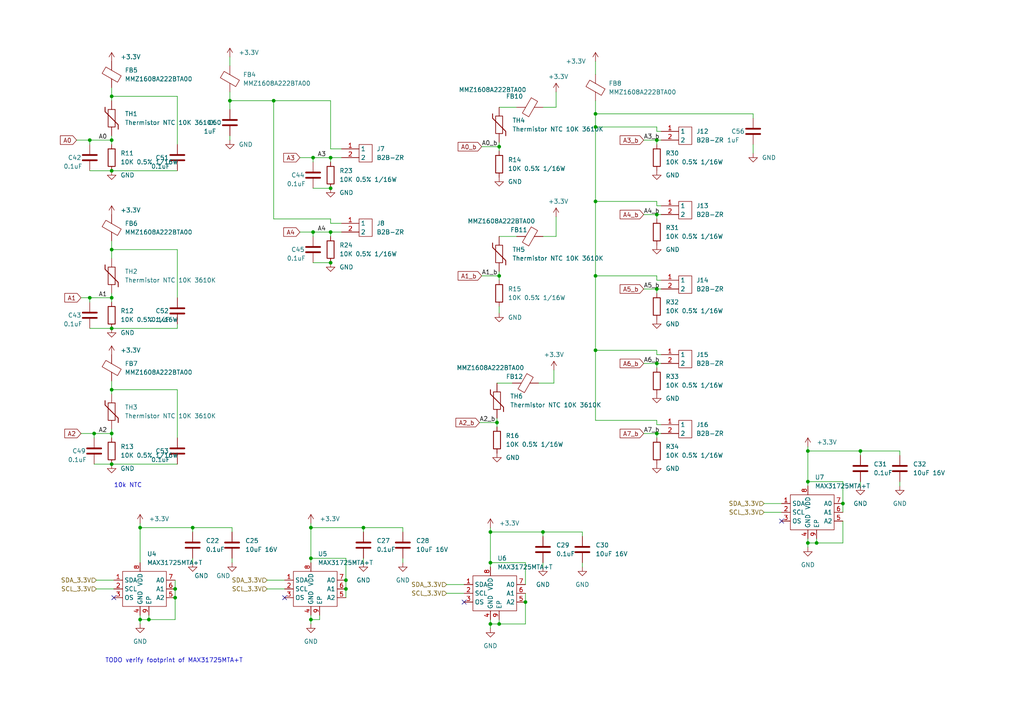
<source format=kicad_sch>
(kicad_sch (version 20211123) (generator eeschema)
  (paper "A4")
  (title_block (title "Hestia") (date "2022-07-14") (rev "2.0") (company "Mawson Rovers"))
  (junction (at 234.315 139.7))
  (junction (at 95.885 67.31))
  (junction (at 32.385 86.36))
  (junction (at 244.475 146.05))
  (junction (at 249.555 130.81))
  (junction (at 172.72 36.83))
  (junction (at 27.305 125.73))
  (junction (at 95.885 45.72))
  (junction (at 190.5 83.82))
  (junction (at 172.72 58.42))
  (junction (at 26.035 40.64))
  (junction (at 50.8 170.815))
  (junction (at 144.78 180.975))
  (junction (at 144.145 122.555))
  (junction (at 95.885 76.2))
  (junction (at 50.8 173.355))
  (junction (at 90.17 153.035))
  (junction (at 43.18 179.705))
  (junction (at 190.5 125.73))
  (junction (at 32.385 113.03))
  (junction (at 190.5 62.23))
  (junction (at 172.72 101.6))
  (junction (at 144.78 80.01))
  (junction (at 234.315 157.48))
  (junction (at 32.385 95.25))
  (junction (at 144.78 42.545))
  (junction (at 32.385 125.73))
  (junction (at 32.385 72.39))
  (junction (at 32.385 49.53))
  (junction (at 26.035 86.36))
  (junction (at 90.805 45.72))
  (junction (at 152.4 174.625))
  (junction (at 172.72 33.02))
  (junction (at 236.855 157.48))
  (junction (at 100.33 170.815))
  (junction (at 90.17 179.705))
  (junction (at 55.88 153.035))
  (junction (at 32.385 134.62))
  (junction (at 40.64 153.035))
  (junction (at 90.805 67.31))
  (junction (at 190.5 40.64))
  (junction (at 142.24 163.195))
  (junction (at 90.17 161.925))
  (junction (at 172.72 80.01))
  (junction (at 79.375 29.21))
  (junction (at 190.5 105.41))
  (junction (at 234.315 130.81))
  (junction (at 66.675 29.21))
  (junction (at 100.33 168.275))
  (junction (at 40.64 179.705))
  (junction (at 157.48 154.305))
  (junction (at 32.385 27.94))
  (junction (at 142.24 154.305))
  (junction (at 95.885 54.61))
  (junction (at 32.385 40.64))
  (junction (at 105.41 153.035))
  (junction (at 142.24 180.975))
  (no_connect (at 82.55 173.355))
  (no_connect (at 226.695 151.13))
  (no_connect (at 33.02 173.355))
  (no_connect (at 134.62 174.625))
  (wire (pts (xy 172.72 36.83) (xy 190.5 36.83)))
  (wire (pts (xy 144.145 122.555) (xy 144.145 123.825)))
  (wire (pts (xy 90.805 76.2) (xy 95.885 76.2)))
  (wire (pts (xy 32.385 72.39) (xy 51.435 72.39)))
  (wire (pts (xy 90.805 45.72) (xy 90.805 46.99)))
  (wire (pts (xy 190.5 123.19) (xy 191.77 123.19)))
  (wire (pts (xy 168.91 155.575) (xy 168.91 154.305)))
  (wire (pts (xy 32.385 69.85) (xy 32.385 72.39)))
  (wire (pts (xy 142.24 180.975) (xy 142.24 182.245)))
  (wire (pts (xy 191.77 105.41) (xy 190.5 105.41)))
  (wire (pts (xy 55.88 153.035) (xy 55.88 154.305)))
  (wire (pts (xy 32.385 113.03) (xy 32.385 114.3)))
  (wire (pts (xy 129.54 172.085) (xy 134.62 172.085)))
  (wire (pts (xy 95.885 67.31) (xy 95.885 68.58)))
  (wire (pts (xy 190.5 81.28) (xy 191.77 81.28)))
  (wire (pts (xy 157.48 154.305) (xy 157.48 155.575)))
  (wire (pts (xy 40.64 153.035) (xy 55.88 153.035)))
  (wire (pts (xy 32.385 110.49) (xy 32.385 113.03)))
  (wire (pts (xy 221.615 146.05) (xy 226.695 146.05)))
  (wire (pts (xy 142.24 154.305) (xy 157.48 154.305)))
  (wire (pts (xy 105.41 153.035) (xy 116.84 153.035)))
  (wire (pts (xy 144.78 41.275) (xy 144.78 42.545)))
  (wire (pts (xy 190.5 121.92) (xy 172.72 121.92)))
  (wire (pts (xy 190.5 105.41) (xy 190.5 106.68)))
  (wire (pts (xy 40.64 179.705) (xy 43.18 179.705)))
  (wire (pts (xy 105.41 161.925) (xy 105.41 163.195)))
  (wire (pts (xy 190.5 38.1) (xy 191.77 38.1)))
  (wire (pts (xy 234.315 139.7) (xy 244.475 139.7)))
  (wire (pts (xy 190.5 102.87) (xy 191.77 102.87)))
  (wire (pts (xy 23.495 86.36) (xy 26.035 86.36)))
  (wire (pts (xy 144.78 180.975) (xy 152.4 180.975)))
  (wire (pts (xy 100.33 170.815) (xy 100.33 168.275)))
  (wire (pts (xy 142.24 163.195) (xy 142.24 164.465)))
  (wire (pts (xy 172.72 33.02) (xy 172.72 36.83)))
  (wire (pts (xy 157.48 31.115) (xy 161.29 31.115)))
  (wire (pts (xy 142.24 153.035) (xy 142.24 154.305)))
  (wire (pts (xy 190.5 101.6) (xy 190.5 102.87)))
  (wire (pts (xy 172.72 29.21) (xy 172.72 33.02)))
  (wire (pts (xy 32.385 49.53) (xy 51.435 49.53)))
  (wire (pts (xy 77.47 168.275) (xy 82.55 168.275)))
  (wire (pts (xy 152.4 169.545) (xy 152.4 163.195)))
  (wire (pts (xy 95.885 63.5) (xy 79.375 63.5)))
  (wire (pts (xy 40.64 153.035) (xy 40.64 163.195)))
  (wire (pts (xy 66.675 39.37) (xy 66.675 40.64)))
  (wire (pts (xy 234.315 129.54) (xy 234.315 130.81)))
  (wire (pts (xy 95.885 45.72) (xy 99.06 45.72)))
  (wire (pts (xy 90.17 151.765) (xy 90.17 153.035)))
  (wire (pts (xy 144.78 80.01) (xy 144.78 81.28)))
  (wire (pts (xy 26.035 86.36) (xy 26.035 87.63)))
  (wire (pts (xy 95.885 29.21) (xy 79.375 29.21)))
  (wire (pts (xy 26.035 40.64) (xy 32.385 40.64)))
  (wire (pts (xy 186.69 83.82) (xy 190.5 83.82)))
  (wire (pts (xy 26.035 95.25) (xy 32.385 95.25)))
  (wire (pts (xy 221.615 148.59) (xy 226.695 148.59)))
  (wire (pts (xy 144.78 179.705) (xy 144.78 180.975)))
  (wire (pts (xy 95.885 45.72) (xy 95.885 46.99)))
  (wire (pts (xy 26.035 40.64) (xy 26.035 41.91)))
  (wire (pts (xy 144.78 31.115) (xy 149.86 31.115)))
  (wire (pts (xy 172.72 58.42) (xy 172.72 80.01)))
  (wire (pts (xy 90.17 178.435) (xy 90.17 179.705)))
  (wire (pts (xy 186.69 105.41) (xy 190.5 105.41)))
  (wire (pts (xy 51.435 27.94) (xy 32.385 27.94)))
  (wire (pts (xy 161.29 31.115) (xy 161.29 26.67)))
  (wire (pts (xy 32.385 40.64) (xy 32.385 41.91)))
  (wire (pts (xy 40.64 151.765) (xy 40.64 153.035)))
  (wire (pts (xy 90.17 161.925) (xy 90.17 163.195)))
  (wire (pts (xy 95.885 63.5) (xy 95.885 64.77)))
  (wire (pts (xy 32.385 95.25) (xy 51.435 95.25)))
  (wire (pts (xy 32.385 85.09) (xy 32.385 86.36)))
  (wire (pts (xy 244.475 148.59) (xy 244.475 146.05)))
  (wire (pts (xy 23.495 125.73) (xy 27.305 125.73)))
  (wire (pts (xy 95.885 67.31) (xy 99.06 67.31)))
  (wire (pts (xy 139.7 80.01) (xy 144.78 80.01)))
  (wire (pts (xy 144.78 68.58) (xy 149.86 68.58)))
  (wire (pts (xy 190.5 80.01) (xy 190.5 81.28)))
  (wire (pts (xy 86.995 67.31) (xy 90.805 67.31)))
  (wire (pts (xy 27.305 134.62) (xy 32.385 134.62)))
  (wire (pts (xy 160.655 107.315) (xy 160.655 111.125)))
  (wire (pts (xy 32.385 25.4) (xy 32.385 27.94)))
  (wire (pts (xy 191.77 40.64) (xy 190.5 40.64)))
  (wire (pts (xy 79.375 29.21) (xy 79.375 63.5)))
  (wire (pts (xy 26.035 86.36) (xy 32.385 86.36)))
  (wire (pts (xy 191.77 83.82) (xy 190.5 83.82)))
  (wire (pts (xy 148.59 111.125) (xy 144.145 111.125)))
  (wire (pts (xy 191.77 125.73) (xy 190.5 125.73)))
  (wire (pts (xy 95.885 29.21) (xy 95.885 43.18)))
  (wire (pts (xy 244.475 157.48) (xy 244.475 151.13)))
  (wire (pts (xy 43.18 179.705) (xy 50.8 179.705)))
  (wire (pts (xy 172.72 80.01) (xy 190.5 80.01)))
  (wire (pts (xy 191.77 62.23) (xy 190.5 62.23)))
  (wire (pts (xy 86.995 45.72) (xy 90.805 45.72)))
  (wire (pts (xy 260.985 132.08) (xy 260.985 130.81)))
  (wire (pts (xy 40.64 179.705) (xy 40.64 180.975)))
  (wire (pts (xy 92.71 178.435) (xy 92.71 179.705)))
  (wire (pts (xy 105.41 153.035) (xy 105.41 154.305)))
  (wire (pts (xy 95.885 64.77) (xy 99.06 64.77)))
  (wire (pts (xy 139.065 122.555) (xy 144.145 122.555)))
  (wire (pts (xy 51.435 127) (xy 51.435 113.03)))
  (wire (pts (xy 27.305 125.73) (xy 27.305 127)))
  (wire (pts (xy 32.385 125.73) (xy 32.385 127)))
  (wire (pts (xy 32.385 86.36) (xy 32.385 87.63)))
  (wire (pts (xy 172.72 121.92) (xy 172.72 101.6)))
  (wire (pts (xy 90.17 153.035) (xy 90.17 161.925)))
  (wire (pts (xy 32.385 113.03) (xy 51.435 113.03)))
  (wire (pts (xy 144.78 88.9) (xy 144.78 90.805)))
  (wire (pts (xy 32.385 27.94) (xy 32.385 29.21)))
  (wire (pts (xy 161.29 62.865) (xy 161.29 68.58)))
  (wire (pts (xy 129.54 169.545) (xy 134.62 169.545)))
  (wire (pts (xy 90.805 67.31) (xy 95.885 67.31)))
  (wire (pts (xy 51.435 93.98) (xy 51.435 95.25)))
  (wire (pts (xy 50.8 179.705) (xy 50.8 173.355)))
  (wire (pts (xy 234.315 139.7) (xy 234.315 140.97)))
  (wire (pts (xy 90.17 179.705) (xy 92.71 179.705)))
  (wire (pts (xy 244.475 146.05) (xy 244.475 139.7)))
  (wire (pts (xy 190.5 40.64) (xy 190.5 41.91)))
  (wire (pts (xy 190.5 59.69) (xy 191.77 59.69)))
  (wire (pts (xy 142.24 179.705) (xy 142.24 180.975)))
  (wire (pts (xy 157.48 68.58) (xy 161.29 68.58)))
  (wire (pts (xy 168.91 163.195) (xy 168.91 164.465)))
  (wire (pts (xy 186.69 125.73) (xy 190.5 125.73)))
  (wire (pts (xy 43.18 178.435) (xy 43.18 179.705)))
  (wire (pts (xy 26.035 49.53) (xy 32.385 49.53)))
  (wire (pts (xy 32.385 39.37) (xy 32.385 40.64)))
  (wire (pts (xy 51.435 72.39) (xy 51.435 86.36)))
  (wire (pts (xy 100.33 161.925) (xy 90.17 161.925)))
  (wire (pts (xy 100.33 168.275) (xy 100.33 161.925)))
  (wire (pts (xy 234.315 156.21) (xy 234.315 157.48)))
  (wire (pts (xy 156.21 111.125) (xy 160.655 111.125)))
  (wire (pts (xy 144.145 121.285) (xy 144.145 122.555)))
  (wire (pts (xy 190.5 125.73) (xy 190.5 127)))
  (wire (pts (xy 234.315 157.48) (xy 234.315 158.75)))
  (wire (pts (xy 236.855 157.48) (xy 244.475 157.48)))
  (wire (pts (xy 172.72 58.42) (xy 190.5 58.42)))
  (wire (pts (xy 190.5 58.42) (xy 190.5 59.69)))
  (wire (pts (xy 66.675 29.21) (xy 66.675 31.75)))
  (wire (pts (xy 51.435 41.91) (xy 51.435 27.94)))
  (wire (pts (xy 66.675 26.67) (xy 66.675 29.21)))
  (wire (pts (xy 67.31 154.305) (xy 67.31 153.035)))
  (wire (pts (xy 90.805 45.72) (xy 95.885 45.72)))
  (wire (pts (xy 27.305 125.73) (xy 32.385 125.73)))
  (wire (pts (xy 234.315 130.81) (xy 234.315 139.7)))
  (wire (pts (xy 172.72 36.83) (xy 172.72 58.42)))
  (wire (pts (xy 186.69 40.64) (xy 190.5 40.64)))
  (wire (pts (xy 90.17 179.705) (xy 90.17 180.975)))
  (wire (pts (xy 218.44 41.91) (xy 218.44 44.45)))
  (wire (pts (xy 236.855 156.21) (xy 236.855 157.48)))
  (wire (pts (xy 190.5 121.92) (xy 190.5 123.19)))
  (wire (pts (xy 90.17 153.035) (xy 105.41 153.035)))
  (wire (pts (xy 100.33 173.355) (xy 100.33 170.815)))
  (wire (pts (xy 142.24 180.975) (xy 144.78 180.975)))
  (wire (pts (xy 172.72 33.02) (xy 218.44 33.02)))
  (wire (pts (xy 32.385 72.39) (xy 32.385 74.93)))
  (wire (pts (xy 190.5 83.82) (xy 190.5 85.09)))
  (wire (pts (xy 32.385 134.62) (xy 51.435 134.62)))
  (wire (pts (xy 95.885 43.18) (xy 99.06 43.18)))
  (wire (pts (xy 144.78 78.74) (xy 144.78 80.01)))
  (wire (pts (xy 157.48 163.195) (xy 157.48 164.465)))
  (wire (pts (xy 157.48 154.305) (xy 168.91 154.305)))
  (wire (pts (xy 186.69 62.23) (xy 190.5 62.23)))
  (wire (pts (xy 249.555 130.81) (xy 249.555 132.08)))
  (wire (pts (xy 142.24 163.195) (xy 152.4 163.195)))
  (wire (pts (xy 172.72 17.78) (xy 172.72 21.59)))
  (wire (pts (xy 90.805 54.61) (xy 95.885 54.61)))
  (wire (pts (xy 249.555 139.7) (xy 249.555 140.97)))
  (wire (pts (xy 152.4 180.975) (xy 152.4 174.625)))
  (wire (pts (xy 55.88 153.035) (xy 67.31 153.035)))
  (wire (pts (xy 152.4 174.625) (xy 152.4 172.085)))
  (wire (pts (xy 90.805 67.31) (xy 90.805 68.58)))
  (wire (pts (xy 234.315 157.48) (xy 236.855 157.48)))
  (wire (pts (xy 40.64 178.435) (xy 40.64 179.705)))
  (wire (pts (xy 32.385 124.46) (xy 32.385 125.73)))
  (wire (pts (xy 55.88 161.925) (xy 55.88 163.195)))
  (wire (pts (xy 249.555 130.81) (xy 260.985 130.81)))
  (wire (pts (xy 79.375 29.21) (xy 66.675 29.21)))
  (wire (pts (xy 144.78 42.545) (xy 144.78 43.815)))
  (wire (pts (xy 22.225 40.64) (xy 26.035 40.64)))
  (wire (pts (xy 116.84 154.305) (xy 116.84 153.035)))
  (wire (pts (xy 116.84 161.925) (xy 116.84 163.195)))
  (wire (pts (xy 260.985 139.7) (xy 260.985 140.97)))
  (wire (pts (xy 190.5 62.23) (xy 190.5 63.5)))
  (wire (pts (xy 172.72 80.01) (xy 172.72 101.6)))
  (wire (pts (xy 50.8 170.815) (xy 50.8 173.355)))
  (wire (pts (xy 218.44 34.29) (xy 218.44 33.02)))
  (wire (pts (xy 172.72 101.6) (xy 190.5 101.6)))
  (wire (pts (xy 234.315 130.81) (xy 249.555 130.81)))
  (wire (pts (xy 66.675 16.51) (xy 66.675 19.05)))
  (wire (pts (xy 50.8 168.275) (xy 50.8 170.815)))
  (wire (pts (xy 190.5 36.83) (xy 190.5 38.1)))
  (wire (pts (xy 27.94 168.275) (xy 33.02 168.275)))
  (wire (pts (xy 77.47 170.815) (xy 82.55 170.815)))
  (wire (pts (xy 142.24 154.305) (xy 142.24 163.195)))
  (wire (pts (xy 27.94 170.815) (xy 33.02 170.815)))
  (wire (pts (xy 139.7 42.545) (xy 144.78 42.545)))
  (wire (pts (xy 67.31 161.925) (xy 67.31 163.195)))
  (text "TODO verify footprint of MAX31725MTA+T" (at 30.48 192.405 0) (effects (font (size 1.27 1.27)) (justify left bottom)))
  (text "10k NTC" (at 33.02 141.605 0) (effects (font (size 1.27 1.27)) (justify left bottom)))
  (label "A0_b" (at 139.7 42.545 0))
  (label "A1" (at 28.575 86.36 0))
  (label "A6_b" (at 186.69 105.41 0))
  (label "A1_b" (at 139.7 80.01 0))
  (label "A7_b" (at 186.69 125.73 0))
  (label "A2_b" (at 139.065 122.555 0))
  (label "A5_b" (at 186.69 83.82 0))
  (label "A3" (at 92.075 45.72 0))
  (label "A0" (at 28.575 40.64 0))
  (label "A4" (at 92.075 67.31 0))
  (label "A3_b" (at 186.69 40.64 0))
  (label "A2" (at 28.575 125.73 0))
  (label "A4_b" (at 186.69 62.23 0))
  (global_label "A3_b" (shape input) (at 186.69 40.64 180) (property "Intersheet References" "${INTERSHEET_REFS}" (effects hide)))
  (global_label "A4" (shape input) (at 86.995 67.31 180) (property "Intersheet References" "${INTERSHEET_REFS}" (effects hide)))
  (global_label "A1" (shape input) (at 23.495 86.36 180) (property "Intersheet References" "${INTERSHEET_REFS}" (effects hide)))
  (global_label "A5_b" (shape input) (at 186.69 83.82 180) (property "Intersheet References" "${INTERSHEET_REFS}" (effects hide)))
  (global_label "A4_b" (shape input) (at 186.69 62.23 180) (property "Intersheet References" "${INTERSHEET_REFS}" (effects hide)))
  (global_label "A1_b" (shape input) (at 139.7 80.01 180) (property "Intersheet References" "${INTERSHEET_REFS}" (effects hide)))
  (global_label "A3" (shape input) (at 86.995 45.72 180) (property "Intersheet References" "${INTERSHEET_REFS}" (effects hide)))
  (global_label "A6_b" (shape input) (at 186.69 105.41 180) (property "Intersheet References" "${INTERSHEET_REFS}" (effects hide)))
  (global_label "A2_b" (shape input) (at 139.065 122.555 180) (property "Intersheet References" "${INTERSHEET_REFS}" (effects hide)))
  (global_label "A0" (shape input) (at 22.225 40.64 180) (property "Intersheet References" "${INTERSHEET_REFS}" (effects hide)))
  (global_label "A2" (shape input) (at 23.495 125.73 180) (property "Intersheet References" "${INTERSHEET_REFS}" (effects hide)))
  (global_label "A0_b" (shape input) (at 139.7 42.545 180) (property "Intersheet References" "${INTERSHEET_REFS}" (effects hide)))
  (global_label "A7_b" (shape input) (at 186.69 125.73 180) (property "Intersheet References" "${INTERSHEET_REFS}" (effects hide)))
  (hierarchical_label "SDA_3.3V" (shape input) (at 27.94 168.275 180))
  (hierarchical_label "SCL_3.3V" (shape input) (at 221.615 148.59 180))
  (hierarchical_label "SDA_3.3V" (shape input) (at 77.47 168.275 180))
  (hierarchical_label "SCL_3.3V" (shape input) (at 27.94 170.815 180))
  (hierarchical_label "SCL_3.3V" (shape input) (at 77.47 170.815 180))
  (hierarchical_label "SCL_3.3V" (shape input) (at 129.54 172.085 180))
  (hierarchical_label "SDA_3.3V" (shape input) (at 129.54 169.545 180))
  (hierarchical_label "SDA_3.3V" (shape input) (at 221.615 146.05 180))
  (symbol (lib_id "Hestia:B2B-ZR") (at 196.85 38.1 0) (mirror y) (unit 1) (in_bom no)
    (property "Reference" "J12" (at 201.93 38.0999 0) (effects (justify right)))
    (property "Value" "B2B-ZR" (at 201.93 40.6399 0) (effects (justify right)))
    (property "Footprint" "Hestia:B2B-ZR(LF)(SN)" (effects hide))
    (property "Digikey Part" "455-1657-ND" (effects hide))
    (property "Type" "TH" (effects hide))
    (property "Manufacturer" "JST Sales America Inc." (effects hide))
    (property "Mfr PN" "B2B-ZR(LF)(SN)" (effects hide))
  )
  (symbol (lib_id "Device:R") (at 190.5 110.49 0) (unit 1)
    (property "Reference" "R33" (at 193.04 109.2199 0) (effects (justify left)))
    (property "Value" "10K 0.5% 1/16W" (at 193.04 111.7599 0) (effects (justify left)))
    (property "Footprint" "Resistor_SMD:R_0603_1608Metric_Pad0.98x0.95mm_HandSolder" (effects hide))
    (property "Type" "SMD" (effects hide))
    (property "Digikey Part" "RR08P10.0KDCT-ND" (effects hide))
    (property "Manufacturer" "Susumu" (effects hide))
    (property "Mfr PN" "RR0816P-103-D" (effects hide))
  )
  (symbol (lib_name "MAX31725MTA+T_3") (lib_id "Hestia:MAX31725MTA+T") (at 90.17 165.735 0) (unit 1)
    (property "Reference" "U5" (at 92.1894 160.655 0) (effects (justify left)))
    (property "Value" "MAX31725MTA+T" (at 92.1894 163.195 0) (effects (justify left)))
    (property "Footprint" "Package_DFN_QFN:DFN-8-1EP_3x3mm_P0.65mm_EP1.55x2.4mm" (effects hide))
    (property "Datasheet" "https://datasheets.maximintegrated.com/en/ds/MAX31725.pdf" (effects hide))
    (property "Manufacturer" "Analog Devices Inc./Maxim Integrated" (effects hide))
    (property "Type" "SMD" (effects hide))
    (property "Digikey Part" "MAX31725MTA+TCT-ND" (effects hide))
    (property "Mfr PN" "MAX31725MTA+T" (effects hide))
  )
  (symbol (lib_id "power:GND") (at 95.885 54.61 0) (unit 1)
    (property "Reference" "#PWR0169" (effects hide))
    (property "Value" "GND" (at 98.425 55.8799 0) (effects (justify left)))
  )
  (symbol (lib_id "Device:Thermistor") (at 144.145 116.205 0) (unit 1)
    (property "Reference" "TH6" (at 147.955 114.9349 0) (effects (justify left)))
    (property "Value" "Thermistor NTC 10K 3610K" (at 147.955 117.4749 0) (effects (justify left)))
    (property "Footprint" "Resistor_SMD:R_0603_1608Metric_Pad0.98x0.95mm_HandSolder" (effects hide))
    (property "Type" "SMD" (effects hide))
    (property "Digikey Part" "BC2289CT-ND" (effects hide))
    (property "Manufacturer" "Vishay Beyschlag/Draloric/BC Components" (effects hide))
    (property "Mfr PN" "NTCS0603E3103JMT" (effects hide))
  )
  (symbol (lib_id "Hestia:B2B-ZR") (at 104.14 64.77 0) (mirror y) (unit 1) (in_bom no)
    (property "Reference" "J8" (at 109.22 64.7699 0) (effects (justify right)))
    (property "Value" "B2B-ZR" (at 109.22 67.3099 0) (effects (justify right)))
    (property "Footprint" "Hestia:B2B-ZR(LF)(SN)" (effects hide))
    (property "Digikey Part" "455-1657-ND" (effects hide))
    (property "Type" "TH" (effects hide))
    (property "Manufacturer" "JST Sales America Inc." (effects hide))
    (property "Mfr PN" "B2B-ZR(LF)(SN)" (effects hide))
  )
  (symbol (lib_id "power:GND") (at 144.78 51.435 0) (unit 1)
    (property "Reference" "#PWR0132" (effects hide))
    (property "Value" "GND" (at 147.32 52.7049 0) (effects (justify left)))
  )
  (symbol (lib_id "power:GND") (at 105.41 163.195 0) (unit 1)
    (property "Reference" "#PWR0156" (effects hide))
    (property "Value" "GND" (at 105.41 168.275 0))
  )
  (symbol (lib_id "Device:Thermistor") (at 32.385 80.01 0) (unit 1)
    (property "Reference" "TH2" (at 36.195 78.7399 0) (effects (justify left)))
    (property "Value" "Thermistor NTC 10K 3610K" (at 36.195 81.2799 0) (effects (justify left)))
    (property "Footprint" "Resistor_SMD:R_0603_1608Metric_Pad0.98x0.95mm_HandSolder" (effects hide))
    (property "Type" "SMD" (effects hide))
    (property "Digikey Part" "BC2289CT-ND" (effects hide))
    (property "Manufacturer" "Vishay Beyschlag/Draloric/BC Components" (effects hide))
    (property "Mfr PN" "NTCS0603E3103JMT" (effects hide))
  )
  (symbol (lib_id "Hestia:B2B-ZR") (at 196.85 123.19 0) (mirror y) (unit 1) (in_bom no)
    (property "Reference" "J16" (at 201.93 123.1899 0) (effects (justify right)))
    (property "Value" "B2B-ZR" (at 201.93 125.7299 0) (effects (justify right)))
    (property "Footprint" "Hestia:B2B-ZR(LF)(SN)" (effects hide))
    (property "Digikey Part" "455-1657-ND" (effects hide))
    (property "Type" "TH" (effects hide))
    (property "Manufacturer" "JST Sales America Inc." (effects hide))
    (property "Mfr PN" "B2B-ZR(LF)(SN)" (effects hide))
  )
  (symbol (lib_id "power:GND") (at 142.24 182.245 0) (unit 1)
    (property "Reference" "#PWR0148" (effects hide))
    (property "Value" "GND" (at 142.24 187.325 0))
  )
  (symbol (lib_id "power:GND") (at 144.78 90.805 0) (unit 1)
    (property "Reference" "#PWR0124" (effects hide))
    (property "Value" "GND" (at 147.32 92.0749 0) (effects (justify left)))
  )
  (symbol (lib_id "power:+3.3V") (at 32.385 17.78 0) (unit 1)
    (property "Reference" "#PWR0129" (effects hide))
    (property "Value" "+3.3V" (at 34.925 16.5099 0) (effects (justify left)))
  )
  (symbol (lib_id "Device:FerriteBead") (at 32.385 66.04 180) (unit 1)
    (property "Reference" "FB6" (at 36.195 64.8207 0) (effects (justify right)))
    (property "Value" "MMZ1608A222BTA00" (at 36.195 67.3607 0) (effects (justify right)))
    (property "Footprint" "Resistor_SMD:R_0603_1608Metric_Pad0.98x0.95mm_HandSolder" (effects hide))
    (property "Type" "SMD" (effects hide))
    (property "Mouser Part" "810-MMZ1608A222BTA00" (effects hide))
    (property "Manufacturer" "TDK" (effects hide))
    (property "Mfr PN" "MMZ1608A222BTA00" (effects hide))
  )
  (symbol (lib_id "power:+3.3V") (at 161.29 26.67 0) (unit 1)
    (property "Reference" "#PWR0158" (effects hide))
    (property "Value" "+3.3V" (at 161.925 22.225 0))
  )
  (symbol (lib_id "Device:C") (at 51.435 90.17 0) (unit 1)
    (property "Reference" "C52" (at 45.085 90.17 0) (effects (justify left)))
    (property "Value" "0.1uF" (at 43.815 92.71 0) (effects (justify left)))
    (property "Footprint" "Capacitor_SMD:C_0603_1608Metric_Pad1.08x0.95mm_HandSolder" (effects hide))
    (property "Type" "SMD" (effects hide))
    (property "Digikey Part" "1276-CL10B104KB8WPNDCT-ND" (effects hide))
    (property "Manufacturer" "Samsung Electro-Mechanics" (effects hide))
    (property "Mfr PN" "CL10B104KB8WPND" (effects hide))
  )
  (symbol (lib_id "Device:FerriteBead") (at 32.385 106.68 180) (unit 1)
    (property "Reference" "FB7" (at 36.195 105.4607 0) (effects (justify right)))
    (property "Value" "MMZ1608A222BTA00" (at 36.195 108.0007 0) (effects (justify right)))
    (property "Footprint" "Resistor_SMD:R_0603_1608Metric_Pad0.98x0.95mm_HandSolder" (effects hide))
    (property "Type" "SMD" (effects hide))
    (property "Mouser Part" "810-MMZ1608A222BTA00" (effects hide))
    (property "Manufacturer" "TDK" (effects hide))
    (property "Mfr PN" "MMZ1608A222BTA00" (effects hide))
  )
  (symbol (lib_id "Device:R") (at 190.5 88.9 0) (unit 1)
    (property "Reference" "R32" (at 193.04 87.6299 0) (effects (justify left)))
    (property "Value" "10K 0.5% 1/16W" (at 193.04 90.1699 0) (effects (justify left)))
    (property "Footprint" "Resistor_SMD:R_0603_1608Metric_Pad0.98x0.95mm_HandSolder" (effects hide))
    (property "Type" "SMD" (effects hide))
    (property "Digikey Part" "RR08P10.0KDCT-ND" (effects hide))
    (property "Manufacturer" "Susumu" (effects hide))
    (property "Mfr PN" "RR0816P-103-D" (effects hide))
  )
  (symbol (lib_id "Device:C") (at 168.91 159.385 0) (unit 1)
    (property "Reference" "C30" (at 172.72 158.1149 0) (effects (justify left)))
    (property "Value" "10uF 16V" (at 172.72 160.6549 0) (effects (justify left)))
    (property "Footprint" "Capacitor_SMD:C_0603_1608Metric_Pad1.08x0.95mm_HandSolder" (effects hide))
    (property "Type" "SMD" (effects hide))
    (property "Digikey Part" "311-1822-1-ND" (effects hide))
    (property "Manufacturer" "YAGEO" (effects hide))
    (property "Mfr PN" "CC0603MRX5R7BB106" (effects hide))
  )
  (symbol (lib_id "Device:C") (at 51.435 45.72 0) (unit 1)
    (property "Reference" "C51" (at 45.085 45.72 0) (effects (justify left)))
    (property "Value" "0.1uF" (at 43.815 48.26 0) (effects (justify left)))
    (property "Footprint" "Capacitor_SMD:C_0603_1608Metric_Pad1.08x0.95mm_HandSolder" (effects hide))
    (property "Type" "SMD" (effects hide))
    (property "Digikey Part" "1276-CL10B104KB8WPNDCT-ND" (effects hide))
    (property "Manufacturer" "Samsung Electro-Mechanics" (effects hide))
    (property "Mfr PN" "CL10B104KB8WPND" (effects hide))
  )
  (symbol (lib_id "power:GND") (at 190.5 92.71 0) (unit 1)
    (property "Reference" "#PWR0184" (effects hide))
    (property "Value" "GND" (at 193.04 93.9799 0) (effects (justify left)))
  )
  (symbol (lib_id "Device:R") (at 95.885 50.8 0) (unit 1)
    (property "Reference" "R23" (at 98.425 49.5299 0) (effects (justify left)))
    (property "Value" "10K 0.5% 1/16W" (at 98.425 52.0699 0) (effects (justify left)))
    (property "Footprint" "Resistor_SMD:R_0603_1608Metric_Pad0.98x0.95mm_HandSolder" (effects hide))
    (property "Type" "SMD" (effects hide))
    (property "Digikey Part" "RR08P10.0KDCT-ND" (effects hide))
    (property "Manufacturer" "Susumu" (effects hide))
    (property "Mfr PN" "RR0816P-103-D" (effects hide))
  )
  (symbol (lib_id "Device:C") (at 67.31 158.115 0) (unit 1)
    (property "Reference" "C25" (at 71.12 156.8449 0) (effects (justify left)))
    (property "Value" "10uF 16V" (at 71.12 159.3849 0) (effects (justify left)))
    (property "Footprint" "Capacitor_SMD:C_0603_1608Metric_Pad1.08x0.95mm_HandSolder" (effects hide))
    (property "Type" "SMD" (effects hide))
    (property "Digikey Part" "311-1822-1-ND" (effects hide))
    (property "Manufacturer" "YAGEO" (effects hide))
    (property "Mfr PN" "CC0603MRX5R7BB106" (effects hide))
  )
  (symbol (lib_id "Hestia:MAX31725MTA+T") (at 40.64 165.735 0) (unit 1)
    (property "Reference" "U4" (at 42.6594 160.655 0) (effects (justify left)))
    (property "Value" "MAX31725MTA+T" (at 42.6594 163.195 0) (effects (justify left)))
    (property "Footprint" "Package_DFN_QFN:DFN-8-1EP_3x3mm_P0.65mm_EP1.55x2.4mm" (effects hide))
    (property "Datasheet" "https://datasheets.maximintegrated.com/en/ds/MAX31725.pdf" (effects hide))
    (property "Manufacturer" "Analog Devices Inc./Maxim Integrated" (effects hide))
    (property "Type" "SMD" (effects hide))
    (property "Digikey Part" "MAX31725MTA+TCT-ND" (effects hide))
    (property "Mfr PN" "MAX31725MTA+T" (effects hide))
  )
  (symbol (lib_id "Device:FerriteBead") (at 153.67 68.58 270) (unit 1)
    (property "Reference" "FB11" (at 150.495 66.675 90))
    (property "Value" "MMZ1608A222BTA00" (at 145.415 64.135 90))
    (property "Footprint" "Resistor_SMD:R_0603_1608Metric_Pad0.98x0.95mm_HandSolder" (effects hide))
    (property "Type" "SMD" (effects hide))
    (property "Mouser Part" "810-MMZ1608A222BTA00" (effects hide))
    (property "Manufacturer" "TDK" (effects hide))
    (property "Mfr PN" "MMZ1608A222BTA00" (effects hide))
  )
  (symbol (lib_id "power:GND") (at 67.31 163.195 0) (unit 1)
    (property "Reference" "#PWR0153" (effects hide))
    (property "Value" "GND" (at 64.77 167.005 0))
  )
  (symbol (lib_id "Device:R") (at 144.78 85.09 0) (unit 1)
    (property "Reference" "R15" (at 147.32 83.8199 0) (effects (justify left)))
    (property "Value" "10K 0.5% 1/16W" (at 147.32 86.3599 0) (effects (justify left)))
    (property "Footprint" "Resistor_SMD:R_0603_1608Metric_Pad0.98x0.95mm_HandSolder" (effects hide))
    (property "Type" "SMD" (effects hide))
    (property "Digikey Part" "RR08P10.0KDCT-ND" (effects hide))
    (property "Manufacturer" "Susumu" (effects hide))
    (property "Mfr PN" "RR0816P-103-D" (effects hide))
  )
  (symbol (lib_id "power:GND") (at 95.885 76.2 0) (unit 1)
    (property "Reference" "#PWR0180" (effects hide))
    (property "Value" "GND" (at 98.425 77.4699 0) (effects (justify left)))
  )
  (symbol (lib_id "Device:R") (at 190.5 130.81 0) (unit 1)
    (property "Reference" "R34" (at 193.04 129.5399 0) (effects (justify left)))
    (property "Value" "10K 0.5% 1/16W" (at 193.04 132.0799 0) (effects (justify left)))
    (property "Footprint" "Resistor_SMD:R_0603_1608Metric_Pad0.98x0.95mm_HandSolder" (effects hide))
    (property "Type" "SMD" (effects hide))
    (property "Digikey Part" "RR08P10.0KDCT-ND" (effects hide))
    (property "Manufacturer" "Susumu" (effects hide))
    (property "Mfr PN" "RR0816P-103-D" (effects hide))
  )
  (symbol (lib_id "power:+3.3V") (at 40.64 151.765 0) (unit 1)
    (property "Reference" "#PWR0163" (effects hide))
    (property "Value" "+3.3V" (at 43.18 150.4949 0) (effects (justify left)))
  )
  (symbol (lib_id "Device:C") (at 51.435 130.81 0) (unit 1)
    (property "Reference" "C53" (at 45.085 130.81 0) (effects (justify left)))
    (property "Value" "0.1uF" (at 43.815 133.35 0) (effects (justify left)))
    (property "Footprint" "Capacitor_SMD:C_0603_1608Metric_Pad1.08x0.95mm_HandSolder" (effects hide))
    (property "Type" "SMD" (effects hide))
    (property "Digikey Part" "1276-CL10B104KB8WPNDCT-ND" (effects hide))
    (property "Manufacturer" "Samsung Electro-Mechanics" (effects hide))
    (property "Mfr PN" "CL10B104KB8WPND" (effects hide))
  )
  (symbol (lib_id "Device:C") (at 90.805 50.8 0) (unit 1)
    (property "Reference" "C44" (at 84.455 50.8 0) (effects (justify left)))
    (property "Value" "0.1uF" (at 83.185 53.34 0) (effects (justify left)))
    (property "Footprint" "Capacitor_SMD:C_0603_1608Metric_Pad1.08x0.95mm_HandSolder" (effects hide))
    (property "Type" "SMD" (effects hide))
    (property "Digikey Part" "1276-CL10B104KB8WPNDCT-ND" (effects hide))
    (property "Manufacturer" "Samsung Electro-Mechanics" (effects hide))
    (property "Mfr PN" "CL10B104KB8WPND" (effects hide))
  )
  (symbol (lib_id "Device:FerriteBead") (at 172.72 25.4 180) (unit 1)
    (property "Reference" "FB8" (at 176.53 24.1807 0) (effects (justify right)))
    (property "Value" "MMZ1608A222BTA00" (at 176.53 26.7207 0) (effects (justify right)))
    (property "Footprint" "Resistor_SMD:R_0603_1608Metric_Pad0.98x0.95mm_HandSolder" (effects hide))
    (property "Type" "SMD" (effects hide))
    (property "Mouser Part" "810-MMZ1608A222BTA00" (effects hide))
    (property "Manufacturer" "TDK" (effects hide))
    (property "Mfr PN" "MMZ1608A222BTA00" (effects hide))
  )
  (symbol (lib_id "power:GND") (at 90.17 180.975 0) (unit 1)
    (property "Reference" "#PWR0152" (effects hide))
    (property "Value" "GND" (at 90.17 186.055 0))
  )
  (symbol (lib_id "power:GND") (at 190.5 49.53 0) (unit 1)
    (property "Reference" "#PWR0167" (effects hide))
    (property "Value" "GND" (at 193.04 50.7999 0) (effects (justify left)))
  )
  (symbol (lib_id "power:+3.3V") (at 32.385 62.23 0) (unit 1)
    (property "Reference" "#PWR0131" (effects hide))
    (property "Value" "+3.3V" (at 34.925 60.9599 0) (effects (justify left)))
  )
  (symbol (lib_id "power:+3.3V") (at 142.24 153.035 0) (unit 1)
    (property "Reference" "#PWR0145" (effects hide))
    (property "Value" "+3.3V" (at 144.78 151.7649 0) (effects (justify left)))
  )
  (symbol (lib_id "power:GND") (at 55.88 163.195 0) (unit 1)
    (property "Reference" "#PWR0149" (effects hide))
    (property "Value" "GND" (at 58.42 167.005 0))
  )
  (symbol (lib_id "Hestia:B2B-ZR") (at 196.85 59.69 0) (mirror y) (unit 1) (in_bom no)
    (property "Reference" "J13" (at 201.93 59.6899 0) (effects (justify right)))
    (property "Value" "B2B-ZR" (at 201.93 62.2299 0) (effects (justify right)))
    (property "Footprint" "Hestia:B2B-ZR(LF)(SN)" (effects hide))
    (property "Digikey Part" "455-1657-ND" (effects hide))
    (property "Type" "TH" (effects hide))
    (property "Manufacturer" "JST Sales America Inc." (effects hide))
    (property "Mfr PN" "B2B-ZR(LF)(SN)" (effects hide))
  )
  (symbol (lib_id "Device:R") (at 144.145 127.635 0) (unit 1)
    (property "Reference" "R16" (at 146.685 126.3649 0) (effects (justify left)))
    (property "Value" "10K 0.5% 1/16W" (at 146.685 128.9049 0) (effects (justify left)))
    (property "Footprint" "Resistor_SMD:R_0603_1608Metric_Pad0.98x0.95mm_HandSolder" (effects hide))
    (property "Type" "SMD" (effects hide))
    (property "Digikey Part" "RR08P10.0KDCT-ND" (effects hide))
    (property "Manufacturer" "Susumu" (effects hide))
    (property "Mfr PN" "RR0816P-103-D" (effects hide))
  )
  (symbol (lib_name "MAX31725MTA+T_2") (lib_id "Hestia:MAX31725MTA+T") (at 142.24 167.005 0) (unit 1)
    (property "Reference" "U6" (at 144.2594 161.925 0) (effects (justify left)))
    (property "Value" "MAX31725MTA+T" (at 144.2594 164.465 0) (effects (justify left)))
    (property "Footprint" "Package_DFN_QFN:DFN-8-1EP_3x3mm_P0.65mm_EP1.55x2.4mm" (effects hide))
    (property "Datasheet" "https://datasheets.maximintegrated.com/en/ds/MAX31725.pdf" (effects hide))
    (property "Manufacturer" "Analog Devices Inc./Maxim Integrated" (effects hide))
    (property "Type" "SMD" (effects hide))
    (property "Digikey Part" "MAX31725MTA+TCT-ND" (effects hide))
    (property "Mfr PN" "MAX31725MTA+T" (effects hide))
  )
  (symbol (lib_id "power:GND") (at 218.44 44.45 0) (unit 1)
    (property "Reference" "#PWR0134" (effects hide))
    (property "Value" "GND" (at 220.98 45.7199 0) (effects (justify left)))
  )
  (symbol (lib_id "power:+3.3V") (at 234.315 129.54 0) (unit 1)
    (property "Reference" "#PWR0151" (effects hide))
    (property "Value" "+3.3V" (at 236.855 128.2699 0) (effects (justify left)))
  )
  (symbol (lib_id "Device:C") (at 116.84 158.115 0) (unit 1)
    (property "Reference" "C28" (at 120.65 156.8449 0) (effects (justify left)))
    (property "Value" "10uF 16V" (at 120.65 159.3849 0) (effects (justify left)))
    (property "Footprint" "Capacitor_SMD:C_0603_1608Metric_Pad1.08x0.95mm_HandSolder" (effects hide))
    (property "Type" "SMD" (effects hide))
    (property "Digikey Part" "311-1822-1-ND" (effects hide))
    (property "Manufacturer" "YAGEO" (effects hide))
    (property "Mfr PN" "CC0603MRX5R7BB106" (effects hide))
  )
  (symbol (lib_id "power:GND") (at 168.91 164.465 0) (unit 1)
    (property "Reference" "#PWR0146" (effects hide))
    (property "Value" "GND" (at 168.91 169.545 0))
  )
  (symbol (lib_id "Device:C") (at 66.675 35.56 0) (unit 1)
    (property "Reference" "C50" (at 60.325 35.56 0) (effects (justify left)))
    (property "Value" "1uF" (at 59.055 38.1 0) (effects (justify left)))
    (property "Footprint" "Capacitor_SMD:C_0603_1608Metric_Pad1.08x0.95mm_HandSolder" (effects hide))
    (property "Type" "SMD" (effects hide))
    (property "Digikey Part" "478-12231-1-ND" (effects hide))
    (property "Manufacturer" "KYOCERA AVX" (effects hide))
    (property "Mfr PN" "0603ZC105MAT2A" (effects hide))
  )
  (symbol (lib_id "power:GND") (at 190.5 114.3 0) (unit 1)
    (property "Reference" "#PWR0171" (effects hide))
    (property "Value" "GND" (at 193.04 115.5699 0) (effects (justify left)))
  )
  (symbol (lib_name "MAX31725MTA+T_1") (lib_id "Hestia:MAX31725MTA+T") (at 234.315 143.51 0) (unit 1)
    (property "Reference" "U7" (at 236.3344 138.43 0) (effects (justify left)))
    (property "Value" "MAX31725MTA+T" (at 236.3344 140.97 0) (effects (justify left)))
    (property "Footprint" "Package_DFN_QFN:DFN-8-1EP_3x3mm_P0.65mm_EP1.55x2.4mm" (effects hide))
    (property "Datasheet" "https://datasheets.maximintegrated.com/en/ds/MAX31725.pdf" (effects hide))
    (property "Manufacturer" "Analog Devices Inc./Maxim Integrated" (effects hide))
    (property "Type" "SMD" (effects hide))
    (property "Digikey Part" "MAX31725MTA+TCT-ND" (effects hide))
    (property "Mfr PN" "MAX31725MTA+T" (effects hide))
  )
  (symbol (lib_id "Device:Thermistor") (at 32.385 34.29 0) (unit 1)
    (property "Reference" "TH1" (at 36.195 33.0199 0) (effects (justify left)))
    (property "Value" "Thermistor NTC 10K 3610K" (at 36.195 35.5599 0) (effects (justify left)))
    (property "Footprint" "Resistor_SMD:R_0603_1608Metric_Pad0.98x0.95mm_HandSolder" (effects hide))
    (property "Type" "SMD" (effects hide))
    (property "Digikey Part" "BC2289CT-ND" (effects hide))
    (property "Manufacturer" "Vishay Beyschlag/Draloric/BC Components" (effects hide))
    (property "Mfr PN" "NTCS0603E3103JMT" (effects hide))
  )
  (symbol (lib_id "Hestia:B2B-ZR") (at 104.14 43.18 0) (mirror y) (unit 1) (in_bom no)
    (property "Reference" "J7" (at 109.22 43.1799 0) (effects (justify right)))
    (property "Value" "B2B-ZR" (at 109.22 45.7199 0) (effects (justify right)))
    (property "Footprint" "Hestia:B2B-ZR(LF)(SN)" (effects hide))
    (property "Digikey Part" "455-1657-ND" (effects hide))
    (property "Type" "TH" (effects hide))
    (property "Manufacturer" "JST Sales America Inc." (effects hide))
    (property "Mfr PN" "B2B-ZR(LF)(SN)" (effects hide))
  )
  (symbol (lib_id "Device:R") (at 95.885 72.39 0) (unit 1)
    (property "Reference" "R24" (at 98.425 71.1199 0) (effects (justify left)))
    (property "Value" "10K 0.5% 1/16W" (at 98.425 73.6599 0) (effects (justify left)))
    (property "Footprint" "Resistor_SMD:R_0603_1608Metric_Pad0.98x0.95mm_HandSolder" (effects hide))
    (property "Type" "SMD" (effects hide))
    (property "Digikey Part" "RR08P10.0KDCT-ND" (effects hide))
    (property "Manufacturer" "Susumu" (effects hide))
    (property "Mfr PN" "RR0816P-103-D" (effects hide))
  )
  (symbol (lib_id "Device:R") (at 144.78 47.625 0) (unit 1)
    (property "Reference" "R14" (at 147.32 46.3549 0) (effects (justify left)))
    (property "Value" "10K 0.5% 1/16W" (at 147.32 48.8949 0) (effects (justify left)))
    (property "Footprint" "Resistor_SMD:R_0603_1608Metric_Pad0.98x0.95mm_HandSolder" (effects hide))
    (property "Type" "SMD" (effects hide))
    (property "Digikey Part" "RR08P10.0KDCT-ND" (effects hide))
    (property "Manufacturer" "Susumu" (effects hide))
    (property "Mfr PN" "RR0816P-103-D" (effects hide))
  )
  (symbol (lib_id "Device:FerriteBead") (at 32.385 21.59 180) (unit 1)
    (property "Reference" "FB5" (at 36.195 20.3707 0) (effects (justify right)))
    (property "Value" "MMZ1608A222BTA00" (at 36.195 22.9107 0) (effects (justify right)))
    (property "Footprint" "Resistor_SMD:R_0603_1608Metric_Pad0.98x0.95mm_HandSolder" (effects hide))
    (property "Type" "SMD" (effects hide))
    (property "Mouser Part" "810-MMZ1608A222BTA00" (effects hide))
    (property "Manufacturer" "TDK" (effects hide))
    (property "Mfr PN" "MMZ1608A222BTA00" (effects hide))
  )
  (symbol (lib_id "power:GND") (at 144.145 131.445 0) (unit 1)
    (property "Reference" "#PWR0123" (effects hide))
    (property "Value" "GND" (at 146.685 132.7149 0) (effects (justify left)))
  )
  (symbol (lib_id "power:GND") (at 32.385 95.25 0) (unit 1)
    (property "Reference" "#PWR0127" (effects hide))
    (property "Value" "GND" (at 34.925 96.5199 0) (effects (justify left)))
  )
  (symbol (lib_id "Device:Thermistor") (at 32.385 119.38 0) (unit 1)
    (property "Reference" "TH3" (at 36.195 118.1099 0) (effects (justify left)))
    (property "Value" "Thermistor NTC 10K 3610K" (at 36.195 120.6499 0) (effects (justify left)))
    (property "Footprint" "Resistor_SMD:R_0603_1608Metric_Pad0.98x0.95mm_HandSolder" (effects hide))
    (property "Type" "SMD" (effects hide))
    (property "Digikey Part" "BC2289CT-ND" (effects hide))
    (property "Manufacturer" "Vishay Beyschlag/Draloric/BC Components" (effects hide))
    (property "Mfr PN" "NTCS0603E3103JMT" (effects hide))
  )
  (symbol (lib_id "power:GND") (at 260.985 140.97 0) (unit 1)
    (property "Reference" "#PWR0159" (effects hide))
    (property "Value" "GND" (at 260.985 146.05 0))
  )
  (symbol (lib_id "power:+3.3V") (at 161.29 62.865 0) (unit 1)
    (property "Reference" "#PWR0161" (effects hide))
    (property "Value" "+3.3V" (at 161.925 58.42 0))
  )
  (symbol (lib_id "power:GND") (at 40.64 180.975 0) (unit 1)
    (property "Reference" "#PWR0150" (effects hide))
    (property "Value" "GND" (at 40.64 186.055 0))
  )
  (symbol (lib_id "power:GND") (at 66.675 40.64 0) (unit 1)
    (property "Reference" "#PWR018" (effects hide))
    (property "Value" "GND" (at 69.215 41.9099 0) (effects (justify left)))
  )
  (symbol (lib_id "Device:FerriteBead") (at 153.67 31.115 270) (unit 1)
    (property "Reference" "FB10" (at 149.225 27.94 90))
    (property "Value" "MMZ1608A222BTA00" (at 142.875 26.035 90))
    (property "Footprint" "Resistor_SMD:R_0603_1608Metric_Pad0.98x0.95mm_HandSolder" (effects hide))
    (property "Type" "SMD" (effects hide))
    (property "Mouser Part" "810-MMZ1608A222BTA00" (effects hide))
    (property "Manufacturer" "TDK" (effects hide))
    (property "Mfr PN" "MMZ1608A222BTA00" (effects hide))
  )
  (symbol (lib_id "power:GND") (at 32.385 134.62 0) (unit 1)
    (property "Reference" "#PWR0126" (effects hide))
    (property "Value" "GND" (at 34.925 135.8899 0) (effects (justify left)))
  )
  (symbol (lib_id "Device:FerriteBead") (at 66.675 22.86 180) (unit 1)
    (property "Reference" "FB4" (at 70.485 21.6407 0) (effects (justify right)))
    (property "Value" "MMZ1608A222BTA00" (at 70.485 24.1807 0) (effects (justify right)))
    (property "Footprint" "Resistor_SMD:R_0603_1608Metric_Pad0.98x0.95mm_HandSolder" (effects hide))
    (property "Type" "SMD" (effects hide))
    (property "Mouser Part" "810-MMZ1608A222BTA00" (effects hide))
    (property "Manufacturer" "TDK" (effects hide))
    (property "Mfr PN" "MMZ1608A222BTA00" (effects hide))
  )
  (symbol (lib_id "power:GND") (at 249.555 140.97 0) (unit 1)
    (property "Reference" "#PWR0160" (effects hide))
    (property "Value" "GND" (at 249.555 146.05 0))
  )
  (symbol (lib_id "Device:C") (at 55.88 158.115 0) (unit 1)
    (property "Reference" "C22" (at 59.69 156.8449 0) (effects (justify left)))
    (property "Value" "0.1uF" (at 59.69 159.3849 0) (effects (justify left)))
    (property "Footprint" "Capacitor_SMD:C_0603_1608Metric_Pad1.08x0.95mm_HandSolder" (effects hide))
    (property "Type" "SMD" (effects hide))
    (property "Digikey Part" "1276-CL10B104KB8WPNDCT-ND" (effects hide))
    (property "Manufacturer" "Samsung Electro-Mechanics" (effects hide))
    (property "Mfr PN" "CL10B104KB8WPND" (effects hide))
  )
  (symbol (lib_id "Hestia:B2B-ZR") (at 196.85 81.28 0) (mirror y) (unit 1) (in_bom no)
    (property "Reference" "J14" (at 201.93 81.2799 0) (effects (justify right)))
    (property "Value" "B2B-ZR" (at 201.93 83.8199 0) (effects (justify right)))
    (property "Footprint" "Hestia:B2B-ZR(LF)(SN)" (effects hide))
    (property "Digikey Part" "455-1657-ND" (effects hide))
    (property "Type" "TH" (effects hide))
    (property "Manufacturer" "JST Sales America Inc." (effects hide))
    (property "Mfr PN" "B2B-ZR(LF)(SN)" (effects hide))
  )
  (symbol (lib_id "Device:C") (at 27.305 130.81 0) (unit 1)
    (property "Reference" "C49" (at 20.955 130.81 0) (effects (justify left)))
    (property "Value" "0.1uF" (at 19.685 133.35 0) (effects (justify left)))
    (property "Footprint" "Capacitor_SMD:C_0603_1608Metric_Pad1.08x0.95mm_HandSolder" (effects hide))
    (property "Type" "SMD" (effects hide))
    (property "Digikey Part" "1276-CL10B104KB8WPNDCT-ND" (effects hide))
    (property "Manufacturer" "Samsung Electro-Mechanics" (effects hide))
    (property "Mfr PN" "CL10B104KB8WPND" (effects hide))
  )
  (symbol (lib_id "Device:C") (at 249.555 135.89 0) (unit 1)
    (property "Reference" "C31" (at 253.365 134.6199 0) (effects (justify left)))
    (property "Value" "0.1uF" (at 253.365 137.1599 0) (effects (justify left)))
    (property "Footprint" "Capacitor_SMD:C_0603_1608Metric_Pad1.08x0.95mm_HandSolder" (effects hide))
    (property "Type" "SMD" (effects hide))
    (property "Digikey Part" "1276-CL10B104KB8WPNDCT-ND" (effects hide))
    (property "Manufacturer" "Samsung Electro-Mechanics" (effects hide))
    (property "Mfr PN" "CL10B104KB8WPND" (effects hide))
  )
  (symbol (lib_id "Device:C") (at 26.035 45.72 0) (unit 1)
    (property "Reference" "C42" (at 19.685 45.72 0) (effects (justify left)))
    (property "Value" "0.1uF" (at 18.415 48.26 0) (effects (justify left)))
    (property "Footprint" "Capacitor_SMD:C_0603_1608Metric_Pad1.08x0.95mm_HandSolder" (effects hide))
    (property "Type" "SMD" (effects hide))
    (property "Digikey Part" "1276-CL10B104KB8WPNDCT-ND" (effects hide))
    (property "Manufacturer" "Samsung Electro-Mechanics" (effects hide))
    (property "Mfr PN" "CL10B104KB8WPND" (effects hide))
  )
  (symbol (lib_id "Device:C") (at 90.805 72.39 0) (unit 1)
    (property "Reference" "C45" (at 84.455 72.39 0) (effects (justify left)))
    (property "Value" "0.1uF" (at 83.185 74.93 0) (effects (justify left)))
    (property "Footprint" "Capacitor_SMD:C_0603_1608Metric_Pad1.08x0.95mm_HandSolder" (effects hide))
    (property "Type" "SMD" (effects hide))
    (property "Digikey Part" "1276-CL10B104KB8WPNDCT-ND" (effects hide))
    (property "Manufacturer" "Samsung Electro-Mechanics" (effects hide))
    (property "Mfr PN" "CL10B104KB8WPND" (effects hide))
  )
  (symbol (lib_id "Device:C") (at 218.44 38.1 0) (unit 1)
    (property "Reference" "C56" (at 212.09 38.1 0) (effects (justify left)))
    (property "Value" "1uF" (at 210.82 40.64 0) (effects (justify left)))
    (property "Footprint" "Capacitor_SMD:C_0603_1608Metric_Pad1.08x0.95mm_HandSolder" (effects hide))
    (property "Type" "SMD" (effects hide))
    (property "Digikey Part" "478-12231-1-ND" (effects hide))
    (property "Manufacturer" "KYOCERA AVX" (effects hide))
    (property "Mfr PN" "0603ZC105MAT2A" (effects hide))
  )
  (symbol (lib_id "power:GND") (at 234.315 158.75 0) (unit 1)
    (property "Reference" "#PWR0154" (effects hide))
    (property "Value" "GND" (at 234.315 163.83 0))
  )
  (symbol (lib_id "Device:C") (at 260.985 135.89 0) (unit 1)
    (property "Reference" "C32" (at 264.795 134.6199 0) (effects (justify left)))
    (property "Value" "10uF 16V" (at 264.795 137.1599 0) (effects (justify left)))
    (property "Footprint" "Capacitor_SMD:C_0603_1608Metric_Pad1.08x0.95mm_HandSolder" (effects hide))
    (property "Type" "SMD" (effects hide))
    (property "Digikey Part" "311-1822-1-ND" (effects hide))
    (property "Manufacturer" "YAGEO" (effects hide))
    (property "Mfr PN" "CC0603MRX5R7BB106" (effects hide))
  )
  (symbol (lib_id "Device:R") (at 32.385 130.81 0) (unit 1)
    (property "Reference" "R13" (at 34.925 129.5399 0) (effects (justify left)))
    (property "Value" "10K 0.5% 1/16W" (at 34.925 132.0799 0) (effects (justify left)))
    (property "Footprint" "Resistor_SMD:R_0603_1608Metric_Pad0.98x0.95mm_HandSolder" (effects hide))
    (property "Type" "SMD" (effects hide))
    (property "Digikey Part" "RR08P10.0KDCT-ND" (effects hide))
    (property "Manufacturer" "Susumu" (effects hide))
    (property "Mfr PN" "RR0816P-103-D" (effects hide))
  )
  (symbol (lib_id "power:GND") (at 190.5 71.12 0) (unit 1)
    (property "Reference" "#PWR0183" (effects hide))
    (property "Value" "GND" (at 193.04 72.3899 0) (effects (justify left)))
  )
  (symbol (lib_id "power:+3.3V") (at 90.17 151.765 0) (unit 1)
    (property "Reference" "#PWR0155" (effects hide))
    (property "Value" "+3.3V" (at 92.71 150.4949 0) (effects (justify left)))
  )
  (symbol (lib_id "power:GND") (at 32.385 49.53 0) (unit 1)
    (property "Reference" "#PWR0130" (effects hide))
    (property "Value" "GND" (at 34.925 50.7999 0) (effects (justify left)))
  )
  (symbol (lib_id "power:+3.3V") (at 66.675 16.51 0) (unit 1)
    (property "Reference" "#PWR017" (effects hide))
    (property "Value" "+3.3V" (at 69.215 15.2399 0) (effects (justify left)))
  )
  (symbol (lib_id "Hestia:B2B-ZR") (at 196.85 102.87 0) (mirror y) (unit 1) (in_bom no)
    (property "Reference" "J15" (at 201.93 102.8699 0) (effects (justify right)))
    (property "Value" "B2B-ZR" (at 201.93 105.4099 0) (effects (justify right)))
    (property "Footprint" "Hestia:B2B-ZR(LF)(SN)" (effects hide))
    (property "Digikey Part" "455-1657-ND" (effects hide))
    (property "Type" "TH" (effects hide))
    (property "Manufacturer" "JST Sales America Inc." (effects hide))
    (property "Mfr PN" "B2B-ZR(LF)(SN)" (effects hide))
  )
  (symbol (lib_id "power:GND") (at 190.5 134.62 0) (unit 1)
    (property "Reference" "#PWR0170" (effects hide))
    (property "Value" "GND" (at 193.04 135.8899 0) (effects (justify left)))
  )
  (symbol (lib_id "Device:C") (at 26.035 91.44 0) (unit 1)
    (property "Reference" "C43" (at 19.685 91.44 0) (effects (justify left)))
    (property "Value" "0.1uF" (at 18.415 93.98 0) (effects (justify left)))
    (property "Footprint" "Capacitor_SMD:C_0603_1608Metric_Pad1.08x0.95mm_HandSolder" (effects hide))
    (property "Type" "SMD" (effects hide))
    (property "Digikey Part" "1276-CL10B104KB8WPNDCT-ND" (effects hide))
    (property "Manufacturer" "Samsung Electro-Mechanics" (effects hide))
    (property "Mfr PN" "CL10B104KB8WPND" (effects hide))
  )
  (symbol (lib_id "Device:Thermistor") (at 144.78 73.66 0) (unit 1)
    (property "Reference" "TH5" (at 148.59 72.3899 0) (effects (justify left)))
    (property "Value" "Thermistor NTC 10K 3610K" (at 148.59 74.9299 0) (effects (justify left)))
    (property "Footprint" "Resistor_SMD:R_0603_1608Metric_Pad0.98x0.95mm_HandSolder" (effects hide))
    (property "Type" "SMD" (effects hide))
    (property "Digikey Part" "BC2289CT-ND" (effects hide))
    (property "Manufacturer" "Vishay Beyschlag/Draloric/BC Components" (effects hide))
    (property "Mfr PN" "NTCS0603E3103JMT" (effects hide))
  )
  (symbol (lib_id "power:+3.3V") (at 32.385 102.87 0) (unit 1)
    (property "Reference" "#PWR0128" (effects hide))
    (property "Value" "+3.3V" (at 34.925 101.5999 0) (effects (justify left)))
  )
  (symbol (lib_id "Device:R") (at 32.385 91.44 0) (unit 1)
    (property "Reference" "R12" (at 34.925 90.1699 0) (effects (justify left)))
    (property "Value" "10K 0.5% 1/16W" (at 34.925 92.7099 0) (effects (justify left)))
    (property "Footprint" "Resistor_SMD:R_0603_1608Metric_Pad0.98x0.95mm_HandSolder" (effects hide))
    (property "Type" "SMD" (effects hide))
    (property "Digikey Part" "RR08P10.0KDCT-ND" (effects hide))
    (property "Manufacturer" "Susumu" (effects hide))
    (property "Mfr PN" "RR0816P-103-D" (effects hide))
  )
  (symbol (lib_id "Device:R") (at 32.385 45.72 0) (unit 1)
    (property "Reference" "R11" (at 34.925 44.4499 0) (effects (justify left)))
    (property "Value" "10K 0.5% 1/16W" (at 34.925 46.9899 0) (effects (justify left)))
    (property "Footprint" "Resistor_SMD:R_0603_1608Metric_Pad0.98x0.95mm_HandSolder" (effects hide))
    (property "Type" "SMD" (effects hide))
    (property "Digikey Part" "RR08P10.0KDCT-ND" (effects hide))
    (property "Manufacturer" "Susumu" (effects hide))
    (property "Mfr PN" "RR0816P-103-D" (effects hide))
  )
  (symbol (lib_id "Device:C") (at 105.41 158.115 0) (unit 1)
    (property "Reference" "C27" (at 109.22 156.8449 0) (effects (justify left)))
    (property "Value" "0.1uF" (at 109.22 159.3849 0) (effects (justify left)))
    (property "Footprint" "Capacitor_SMD:C_0603_1608Metric_Pad1.08x0.95mm_HandSolder" (effects hide))
    (property "Type" "SMD" (effects hide))
    (property "Digikey Part" "1276-CL10B104KB8WPNDCT-ND" (effects hide))
    (property "Manufacturer" "Samsung Electro-Mechanics" (effects hide))
    (property "Mfr PN" "CL10B104KB8WPND" (effects hide))
  )
  (symbol (lib_id "Device:FerriteBead") (at 152.4 111.125 270) (unit 1)
    (property "Reference" "FB12" (at 149.225 109.22 90))
    (property "Value" "MMZ1608A222BTA00" (at 142.24 106.68 90))
    (property "Footprint" "Resistor_SMD:R_0603_1608Metric_Pad0.98x0.95mm_HandSolder" (effects hide))
    (property "Type" "SMD" (effects hide))
    (property "Mouser Part" "810-MMZ1608A222BTA00" (effects hide))
    (property "Manufacturer" "TDK" (effects hide))
    (property "Mfr PN" "MMZ1608A222BTA00" (effects hide))
  )
  (symbol (lib_id "Device:Thermistor") (at 144.78 36.195 0) (unit 1)
    (property "Reference" "TH4" (at 148.59 34.9249 0) (effects (justify left)))
    (property "Value" "Thermistor NTC 10K 3610K" (at 148.59 37.4649 0) (effects (justify left)))
    (property "Footprint" "Resistor_SMD:R_0603_1608Metric_Pad0.98x0.95mm_HandSolder" (effects hide))
    (property "Type" "SMD" (effects hide))
    (property "Digikey Part" "BC2289CT-ND" (effects hide))
    (property "Manufacturer" "Vishay Beyschlag/Draloric/BC Components" (effects hide))
    (property "Mfr PN" "NTCS0603E3103JMT" (effects hide))
  )
  (symbol (lib_id "Device:C") (at 157.48 159.385 0) (unit 1)
    (property "Reference" "C29" (at 161.29 158.1149 0) (effects (justify left)))
    (property "Value" "0.1uF" (at 161.29 160.6549 0) (effects (justify left)))
    (property "Footprint" "Capacitor_SMD:C_0603_1608Metric_Pad1.08x0.95mm_HandSolder" (effects hide))
    (property "Type" "SMD" (effects hide))
    (property "Digikey Part" "1276-CL10B104KB8WPNDCT-ND" (effects hide))
    (property "Manufacturer" "Samsung Electro-Mechanics" (effects hide))
    (property "Mfr PN" "CL10B104KB8WPND" (effects hide))
  )
  (symbol (lib_id "Device:R") (at 190.5 67.31 0) (unit 1)
    (property "Reference" "R31" (at 193.04 66.0399 0) (effects (justify left)))
    (property "Value" "10K 0.5% 1/16W" (at 193.04 68.5799 0) (effects (justify left)))
    (property "Footprint" "Resistor_SMD:R_0603_1608Metric_Pad0.98x0.95mm_HandSolder" (effects hide))
    (property "Type" "SMD" (effects hide))
    (property "Digikey Part" "RR08P10.0KDCT-ND" (effects hide))
    (property "Manufacturer" "Susumu" (effects hide))
    (property "Mfr PN" "RR0816P-103-D" (effects hide))
  )
  (symbol (lib_id "power:+3.3V") (at 160.655 107.315 0) (unit 1)
    (property "Reference" "#PWR0162" (effects hide))
    (property "Value" "+3.3V" (at 160.655 102.87 0))
  )
  (symbol (lib_id "power:GND") (at 116.84 163.195 0) (unit 1)
    (property "Reference" "#PWR0157" (effects hide))
    (property "Value" "GND" (at 116.84 168.275 0))
  )
  (symbol (lib_id "Device:R") (at 190.5 45.72 0) (unit 1)
    (property "Reference" "R30" (at 193.04 44.4499 0) (effects (justify left)))
    (property "Value" "10K 0.5% 1/16W" (at 193.04 46.9899 0) (effects (justify left)))
    (property "Footprint" "Resistor_SMD:R_0603_1608Metric_Pad0.98x0.95mm_HandSolder" (effects hide))
    (property "Type" "SMD" (effects hide))
    (property "Digikey Part" "RR08P10.0KDCT-ND" (effects hide))
    (property "Manufacturer" "Susumu" (effects hide))
    (property "Mfr PN" "RR0816P-103-D" (effects hide))
  )
  (symbol (lib_id "power:+3.3V") (at 172.72 17.78 0) (unit 1)
    (property "Reference" "#PWR0142" (effects hide))
    (property "Value" "+3.3V" (at 167.005 17.78 0))
  )
  (symbol (lib_id "power:GND") (at 157.48 164.465 0) (unit 1)
    (property "Reference" "#PWR0147" (effects hide))
    (property "Value" "GND" (at 157.48 169.545 0))
  )
)
</source>
